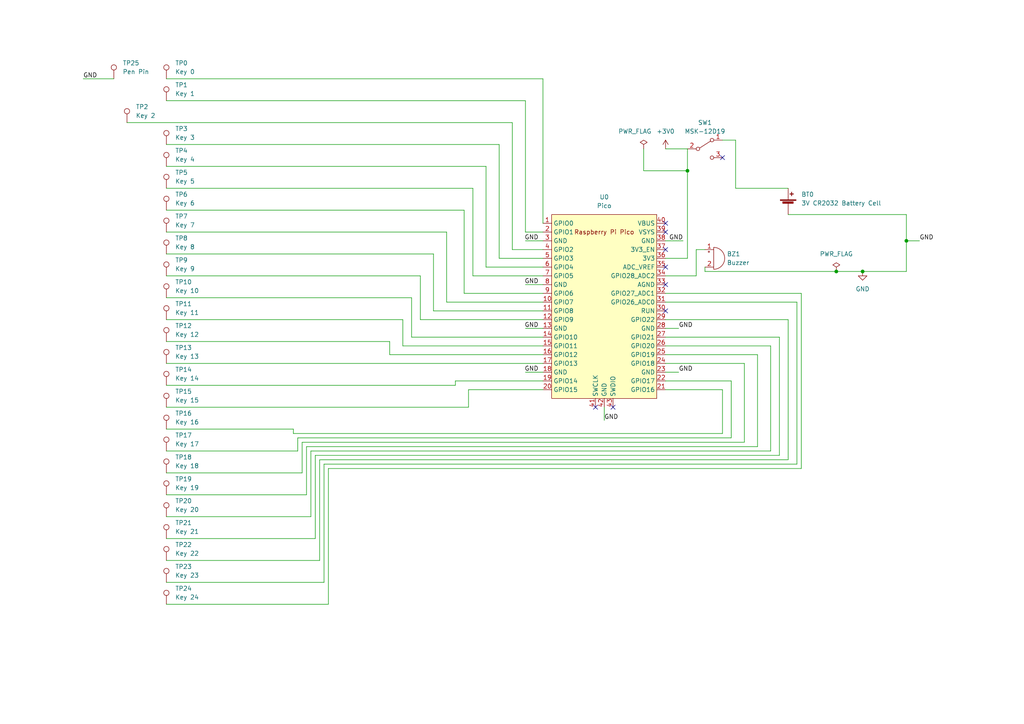
<source format=kicad_sch>
(kicad_sch (version 20230121) (generator eeschema)

  (uuid 55992e35-fe7b-468a-9b7a-1e4dc931b904)

  (paper "A4")

  (title_block
    (title "Synth Buisiness Card")
    (date "2023-05-04")
    (rev "1")
    (company "ontake.dev")
  )

  (lib_symbols
    (symbol "Connector:TestPoint" (pin_numbers hide) (pin_names (offset 0.762) hide) (in_bom yes) (on_board yes)
      (property "Reference" "TP" (at 0 6.858 0)
        (effects (font (size 1.27 1.27)))
      )
      (property "Value" "TestPoint" (at 0 5.08 0)
        (effects (font (size 1.27 1.27)))
      )
      (property "Footprint" "" (at 5.08 0 0)
        (effects (font (size 1.27 1.27)) hide)
      )
      (property "Datasheet" "~" (at 5.08 0 0)
        (effects (font (size 1.27 1.27)) hide)
      )
      (property "ki_keywords" "test point tp" (at 0 0 0)
        (effects (font (size 1.27 1.27)) hide)
      )
      (property "ki_description" "test point" (at 0 0 0)
        (effects (font (size 1.27 1.27)) hide)
      )
      (property "ki_fp_filters" "Pin* Test*" (at 0 0 0)
        (effects (font (size 1.27 1.27)) hide)
      )
      (symbol "TestPoint_0_1"
        (circle (center 0 3.302) (radius 0.762)
          (stroke (width 0) (type default))
          (fill (type none))
        )
      )
      (symbol "TestPoint_1_1"
        (pin passive line (at 0 0 90) (length 2.54)
          (name "1" (effects (font (size 1.27 1.27))))
          (number "1" (effects (font (size 1.27 1.27))))
        )
      )
    )
    (symbol "Device:Battery_Cell" (pin_numbers hide) (pin_names (offset 0) hide) (in_bom yes) (on_board yes)
      (property "Reference" "BT" (at 2.54 2.54 0)
        (effects (font (size 1.27 1.27)) (justify left))
      )
      (property "Value" "Battery_Cell" (at 2.54 0 0)
        (effects (font (size 1.27 1.27)) (justify left))
      )
      (property "Footprint" "" (at 0 1.524 90)
        (effects (font (size 1.27 1.27)) hide)
      )
      (property "Datasheet" "~" (at 0 1.524 90)
        (effects (font (size 1.27 1.27)) hide)
      )
      (property "ki_keywords" "battery cell" (at 0 0 0)
        (effects (font (size 1.27 1.27)) hide)
      )
      (property "ki_description" "Single-cell battery" (at 0 0 0)
        (effects (font (size 1.27 1.27)) hide)
      )
      (symbol "Battery_Cell_0_1"
        (rectangle (start -2.286 1.778) (end 2.286 1.524)
          (stroke (width 0) (type default))
          (fill (type outline))
        )
        (rectangle (start -1.5748 1.1938) (end 1.4732 0.6858)
          (stroke (width 0) (type default))
          (fill (type outline))
        )
        (polyline
          (pts
            (xy 0 0.762)
            (xy 0 0)
          )
          (stroke (width 0) (type default))
          (fill (type none))
        )
        (polyline
          (pts
            (xy 0 1.778)
            (xy 0 2.54)
          )
          (stroke (width 0) (type default))
          (fill (type none))
        )
        (polyline
          (pts
            (xy 0.508 3.429)
            (xy 1.524 3.429)
          )
          (stroke (width 0.254) (type default))
          (fill (type none))
        )
        (polyline
          (pts
            (xy 1.016 3.937)
            (xy 1.016 2.921)
          )
          (stroke (width 0.254) (type default))
          (fill (type none))
        )
      )
      (symbol "Battery_Cell_1_1"
        (pin passive line (at 0 5.08 270) (length 2.54)
          (name "+" (effects (font (size 1.27 1.27))))
          (number "1" (effects (font (size 1.27 1.27))))
        )
        (pin passive line (at 0 -2.54 90) (length 2.54)
          (name "-" (effects (font (size 1.27 1.27))))
          (number "2" (effects (font (size 1.27 1.27))))
        )
      )
    )
    (symbol "Device:Buzzer" (pin_names (offset 0.0254) hide) (in_bom yes) (on_board yes)
      (property "Reference" "BZ" (at 3.81 1.27 0)
        (effects (font (size 1.27 1.27)) (justify left))
      )
      (property "Value" "Buzzer" (at 3.81 -1.27 0)
        (effects (font (size 1.27 1.27)) (justify left))
      )
      (property "Footprint" "" (at -0.635 2.54 90)
        (effects (font (size 1.27 1.27)) hide)
      )
      (property "Datasheet" "~" (at -0.635 2.54 90)
        (effects (font (size 1.27 1.27)) hide)
      )
      (property "ki_keywords" "quartz resonator ceramic" (at 0 0 0)
        (effects (font (size 1.27 1.27)) hide)
      )
      (property "ki_description" "Buzzer, polarized" (at 0 0 0)
        (effects (font (size 1.27 1.27)) hide)
      )
      (property "ki_fp_filters" "*Buzzer*" (at 0 0 0)
        (effects (font (size 1.27 1.27)) hide)
      )
      (symbol "Buzzer_0_1"
        (arc (start 0 -3.175) (mid 3.1612 0) (end 0 3.175)
          (stroke (width 0) (type default))
          (fill (type none))
        )
        (polyline
          (pts
            (xy -1.651 1.905)
            (xy -1.143 1.905)
          )
          (stroke (width 0) (type default))
          (fill (type none))
        )
        (polyline
          (pts
            (xy -1.397 2.159)
            (xy -1.397 1.651)
          )
          (stroke (width 0) (type default))
          (fill (type none))
        )
        (polyline
          (pts
            (xy 0 3.175)
            (xy 0 -3.175)
          )
          (stroke (width 0) (type default))
          (fill (type none))
        )
      )
      (symbol "Buzzer_1_1"
        (pin passive line (at -2.54 2.54 0) (length 2.54)
          (name "-" (effects (font (size 1.27 1.27))))
          (number "1" (effects (font (size 1.27 1.27))))
        )
        (pin passive line (at -2.54 -2.54 0) (length 2.54)
          (name "+" (effects (font (size 1.27 1.27))))
          (number "2" (effects (font (size 1.27 1.27))))
        )
      )
    )
    (symbol "MCU_RaspberryPi_and_Boards:Pico" (in_bom yes) (on_board yes)
      (property "Reference" "U" (at -13.97 27.94 0)
        (effects (font (size 1.27 1.27)))
      )
      (property "Value" "Pico" (at 0 19.05 0)
        (effects (font (size 1.27 1.27)))
      )
      (property "Footprint" "RPi_Pico:RPi_Pico_SMD_TH" (at 0 0 90)
        (effects (font (size 1.27 1.27)) hide)
      )
      (property "Datasheet" "" (at 0 0 0)
        (effects (font (size 1.27 1.27)) hide)
      )
      (symbol "Pico_0_0"
        (text "Raspberry Pi Pico" (at 0 21.59 0)
          (effects (font (size 1.27 1.27)))
        )
      )
      (symbol "Pico_0_1"
        (rectangle (start -15.24 26.67) (end 15.24 -26.67)
          (stroke (width 0) (type default))
          (fill (type background))
        )
      )
      (symbol "Pico_1_1"
        (pin bidirectional line (at -17.78 24.13 0) (length 2.54)
          (name "GPIO0" (effects (font (size 1.27 1.27))))
          (number "1" (effects (font (size 1.27 1.27))))
        )
        (pin bidirectional line (at -17.78 1.27 0) (length 2.54)
          (name "GPIO7" (effects (font (size 1.27 1.27))))
          (number "10" (effects (font (size 1.27 1.27))))
        )
        (pin bidirectional line (at -17.78 -1.27 0) (length 2.54)
          (name "GPIO8" (effects (font (size 1.27 1.27))))
          (number "11" (effects (font (size 1.27 1.27))))
        )
        (pin bidirectional line (at -17.78 -3.81 0) (length 2.54)
          (name "GPIO9" (effects (font (size 1.27 1.27))))
          (number "12" (effects (font (size 1.27 1.27))))
        )
        (pin power_in line (at -17.78 -6.35 0) (length 2.54)
          (name "GND" (effects (font (size 1.27 1.27))))
          (number "13" (effects (font (size 1.27 1.27))))
        )
        (pin bidirectional line (at -17.78 -8.89 0) (length 2.54)
          (name "GPIO10" (effects (font (size 1.27 1.27))))
          (number "14" (effects (font (size 1.27 1.27))))
        )
        (pin bidirectional line (at -17.78 -11.43 0) (length 2.54)
          (name "GPIO11" (effects (font (size 1.27 1.27))))
          (number "15" (effects (font (size 1.27 1.27))))
        )
        (pin bidirectional line (at -17.78 -13.97 0) (length 2.54)
          (name "GPIO12" (effects (font (size 1.27 1.27))))
          (number "16" (effects (font (size 1.27 1.27))))
        )
        (pin bidirectional line (at -17.78 -16.51 0) (length 2.54)
          (name "GPIO13" (effects (font (size 1.27 1.27))))
          (number "17" (effects (font (size 1.27 1.27))))
        )
        (pin power_in line (at -17.78 -19.05 0) (length 2.54)
          (name "GND" (effects (font (size 1.27 1.27))))
          (number "18" (effects (font (size 1.27 1.27))))
        )
        (pin bidirectional line (at -17.78 -21.59 0) (length 2.54)
          (name "GPIO14" (effects (font (size 1.27 1.27))))
          (number "19" (effects (font (size 1.27 1.27))))
        )
        (pin bidirectional line (at -17.78 21.59 0) (length 2.54)
          (name "GPIO1" (effects (font (size 1.27 1.27))))
          (number "2" (effects (font (size 1.27 1.27))))
        )
        (pin bidirectional line (at -17.78 -24.13 0) (length 2.54)
          (name "GPIO15" (effects (font (size 1.27 1.27))))
          (number "20" (effects (font (size 1.27 1.27))))
        )
        (pin bidirectional line (at 17.78 -24.13 180) (length 2.54)
          (name "GPIO16" (effects (font (size 1.27 1.27))))
          (number "21" (effects (font (size 1.27 1.27))))
        )
        (pin bidirectional line (at 17.78 -21.59 180) (length 2.54)
          (name "GPIO17" (effects (font (size 1.27 1.27))))
          (number "22" (effects (font (size 1.27 1.27))))
        )
        (pin power_in line (at 17.78 -19.05 180) (length 2.54)
          (name "GND" (effects (font (size 1.27 1.27))))
          (number "23" (effects (font (size 1.27 1.27))))
        )
        (pin bidirectional line (at 17.78 -16.51 180) (length 2.54)
          (name "GPIO18" (effects (font (size 1.27 1.27))))
          (number "24" (effects (font (size 1.27 1.27))))
        )
        (pin bidirectional line (at 17.78 -13.97 180) (length 2.54)
          (name "GPIO19" (effects (font (size 1.27 1.27))))
          (number "25" (effects (font (size 1.27 1.27))))
        )
        (pin bidirectional line (at 17.78 -11.43 180) (length 2.54)
          (name "GPIO20" (effects (font (size 1.27 1.27))))
          (number "26" (effects (font (size 1.27 1.27))))
        )
        (pin bidirectional line (at 17.78 -8.89 180) (length 2.54)
          (name "GPIO21" (effects (font (size 1.27 1.27))))
          (number "27" (effects (font (size 1.27 1.27))))
        )
        (pin power_in line (at 17.78 -6.35 180) (length 2.54)
          (name "GND" (effects (font (size 1.27 1.27))))
          (number "28" (effects (font (size 1.27 1.27))))
        )
        (pin bidirectional line (at 17.78 -3.81 180) (length 2.54)
          (name "GPIO22" (effects (font (size 1.27 1.27))))
          (number "29" (effects (font (size 1.27 1.27))))
        )
        (pin power_in line (at -17.78 19.05 0) (length 2.54)
          (name "GND" (effects (font (size 1.27 1.27))))
          (number "3" (effects (font (size 1.27 1.27))))
        )
        (pin input line (at 17.78 -1.27 180) (length 2.54)
          (name "RUN" (effects (font (size 1.27 1.27))))
          (number "30" (effects (font (size 1.27 1.27))))
        )
        (pin bidirectional line (at 17.78 1.27 180) (length 2.54)
          (name "GPIO26_ADC0" (effects (font (size 1.27 1.27))))
          (number "31" (effects (font (size 1.27 1.27))))
        )
        (pin bidirectional line (at 17.78 3.81 180) (length 2.54)
          (name "GPIO27_ADC1" (effects (font (size 1.27 1.27))))
          (number "32" (effects (font (size 1.27 1.27))))
        )
        (pin power_in line (at 17.78 6.35 180) (length 2.54)
          (name "AGND" (effects (font (size 1.27 1.27))))
          (number "33" (effects (font (size 1.27 1.27))))
        )
        (pin bidirectional line (at 17.78 8.89 180) (length 2.54)
          (name "GPIO28_ADC2" (effects (font (size 1.27 1.27))))
          (number "34" (effects (font (size 1.27 1.27))))
        )
        (pin power_in line (at 17.78 11.43 180) (length 2.54)
          (name "ADC_VREF" (effects (font (size 1.27 1.27))))
          (number "35" (effects (font (size 1.27 1.27))))
        )
        (pin power_in line (at 17.78 13.97 180) (length 2.54)
          (name "3V3" (effects (font (size 1.27 1.27))))
          (number "36" (effects (font (size 1.27 1.27))))
        )
        (pin input line (at 17.78 16.51 180) (length 2.54)
          (name "3V3_EN" (effects (font (size 1.27 1.27))))
          (number "37" (effects (font (size 1.27 1.27))))
        )
        (pin bidirectional line (at 17.78 19.05 180) (length 2.54)
          (name "GND" (effects (font (size 1.27 1.27))))
          (number "38" (effects (font (size 1.27 1.27))))
        )
        (pin power_in line (at 17.78 21.59 180) (length 2.54)
          (name "VSYS" (effects (font (size 1.27 1.27))))
          (number "39" (effects (font (size 1.27 1.27))))
        )
        (pin bidirectional line (at -17.78 16.51 0) (length 2.54)
          (name "GPIO2" (effects (font (size 1.27 1.27))))
          (number "4" (effects (font (size 1.27 1.27))))
        )
        (pin power_in line (at 17.78 24.13 180) (length 2.54)
          (name "VBUS" (effects (font (size 1.27 1.27))))
          (number "40" (effects (font (size 1.27 1.27))))
        )
        (pin input line (at -2.54 -29.21 90) (length 2.54)
          (name "SWCLK" (effects (font (size 1.27 1.27))))
          (number "41" (effects (font (size 1.27 1.27))))
        )
        (pin power_in line (at 0 -29.21 90) (length 2.54)
          (name "GND" (effects (font (size 1.27 1.27))))
          (number "42" (effects (font (size 1.27 1.27))))
        )
        (pin bidirectional line (at 2.54 -29.21 90) (length 2.54)
          (name "SWDIO" (effects (font (size 1.27 1.27))))
          (number "43" (effects (font (size 1.27 1.27))))
        )
        (pin bidirectional line (at -17.78 13.97 0) (length 2.54)
          (name "GPIO3" (effects (font (size 1.27 1.27))))
          (number "5" (effects (font (size 1.27 1.27))))
        )
        (pin bidirectional line (at -17.78 11.43 0) (length 2.54)
          (name "GPIO4" (effects (font (size 1.27 1.27))))
          (number "6" (effects (font (size 1.27 1.27))))
        )
        (pin bidirectional line (at -17.78 8.89 0) (length 2.54)
          (name "GPIO5" (effects (font (size 1.27 1.27))))
          (number "7" (effects (font (size 1.27 1.27))))
        )
        (pin power_in line (at -17.78 6.35 0) (length 2.54)
          (name "GND" (effects (font (size 1.27 1.27))))
          (number "8" (effects (font (size 1.27 1.27))))
        )
        (pin bidirectional line (at -17.78 3.81 0) (length 2.54)
          (name "GPIO6" (effects (font (size 1.27 1.27))))
          (number "9" (effects (font (size 1.27 1.27))))
        )
      )
    )
    (symbol "Switch:SW_SPDT" (pin_names (offset 0) hide) (in_bom yes) (on_board yes)
      (property "Reference" "SW" (at 0 4.318 0)
        (effects (font (size 1.27 1.27)))
      )
      (property "Value" "SW_SPDT" (at 0 -5.08 0)
        (effects (font (size 1.27 1.27)))
      )
      (property "Footprint" "" (at 0 0 0)
        (effects (font (size 1.27 1.27)) hide)
      )
      (property "Datasheet" "~" (at 0 0 0)
        (effects (font (size 1.27 1.27)) hide)
      )
      (property "ki_keywords" "switch single-pole double-throw spdt ON-ON" (at 0 0 0)
        (effects (font (size 1.27 1.27)) hide)
      )
      (property "ki_description" "Switch, single pole double throw" (at 0 0 0)
        (effects (font (size 1.27 1.27)) hide)
      )
      (symbol "SW_SPDT_0_0"
        (circle (center -2.032 0) (radius 0.508)
          (stroke (width 0) (type default))
          (fill (type none))
        )
        (circle (center 2.032 -2.54) (radius 0.508)
          (stroke (width 0) (type default))
          (fill (type none))
        )
      )
      (symbol "SW_SPDT_0_1"
        (polyline
          (pts
            (xy -1.524 0.254)
            (xy 1.651 2.286)
          )
          (stroke (width 0) (type default))
          (fill (type none))
        )
        (circle (center 2.032 2.54) (radius 0.508)
          (stroke (width 0) (type default))
          (fill (type none))
        )
      )
      (symbol "SW_SPDT_1_1"
        (pin passive line (at 5.08 2.54 180) (length 2.54)
          (name "A" (effects (font (size 1.27 1.27))))
          (number "1" (effects (font (size 1.27 1.27))))
        )
        (pin passive line (at -5.08 0 0) (length 2.54)
          (name "B" (effects (font (size 1.27 1.27))))
          (number "2" (effects (font (size 1.27 1.27))))
        )
        (pin passive line (at 5.08 -2.54 180) (length 2.54)
          (name "C" (effects (font (size 1.27 1.27))))
          (number "3" (effects (font (size 1.27 1.27))))
        )
      )
    )
    (symbol "power:+3V0" (power) (pin_names (offset 0)) (in_bom yes) (on_board yes)
      (property "Reference" "#PWR" (at 0 -3.81 0)
        (effects (font (size 1.27 1.27)) hide)
      )
      (property "Value" "+3V0" (at 0 3.556 0)
        (effects (font (size 1.27 1.27)))
      )
      (property "Footprint" "" (at 0 0 0)
        (effects (font (size 1.27 1.27)) hide)
      )
      (property "Datasheet" "" (at 0 0 0)
        (effects (font (size 1.27 1.27)) hide)
      )
      (property "ki_keywords" "power-flag" (at 0 0 0)
        (effects (font (size 1.27 1.27)) hide)
      )
      (property "ki_description" "Power symbol creates a global label with name \"+3V0\"" (at 0 0 0)
        (effects (font (size 1.27 1.27)) hide)
      )
      (symbol "+3V0_0_1"
        (polyline
          (pts
            (xy -0.762 1.27)
            (xy 0 2.54)
          )
          (stroke (width 0) (type default))
          (fill (type none))
        )
        (polyline
          (pts
            (xy 0 0)
            (xy 0 2.54)
          )
          (stroke (width 0) (type default))
          (fill (type none))
        )
        (polyline
          (pts
            (xy 0 2.54)
            (xy 0.762 1.27)
          )
          (stroke (width 0) (type default))
          (fill (type none))
        )
      )
      (symbol "+3V0_1_1"
        (pin power_in line (at 0 0 90) (length 0) hide
          (name "+3V0" (effects (font (size 1.27 1.27))))
          (number "1" (effects (font (size 1.27 1.27))))
        )
      )
    )
    (symbol "power:GND" (power) (pin_names (offset 0)) (in_bom yes) (on_board yes)
      (property "Reference" "#PWR" (at 0 -6.35 0)
        (effects (font (size 1.27 1.27)) hide)
      )
      (property "Value" "GND" (at 0 -3.81 0)
        (effects (font (size 1.27 1.27)))
      )
      (property "Footprint" "" (at 0 0 0)
        (effects (font (size 1.27 1.27)) hide)
      )
      (property "Datasheet" "" (at 0 0 0)
        (effects (font (size 1.27 1.27)) hide)
      )
      (property "ki_keywords" "power-flag" (at 0 0 0)
        (effects (font (size 1.27 1.27)) hide)
      )
      (property "ki_description" "Power symbol creates a global label with name \"GND\" , ground" (at 0 0 0)
        (effects (font (size 1.27 1.27)) hide)
      )
      (symbol "GND_0_1"
        (polyline
          (pts
            (xy 0 0)
            (xy 0 -1.27)
            (xy 1.27 -1.27)
            (xy 0 -2.54)
            (xy -1.27 -1.27)
            (xy 0 -1.27)
          )
          (stroke (width 0) (type default))
          (fill (type none))
        )
      )
      (symbol "GND_1_1"
        (pin power_in line (at 0 0 270) (length 0) hide
          (name "GND" (effects (font (size 1.27 1.27))))
          (number "1" (effects (font (size 1.27 1.27))))
        )
      )
    )
    (symbol "power:PWR_FLAG" (power) (pin_numbers hide) (pin_names (offset 0) hide) (in_bom yes) (on_board yes)
      (property "Reference" "#FLG" (at 0 1.905 0)
        (effects (font (size 1.27 1.27)) hide)
      )
      (property "Value" "PWR_FLAG" (at 0 3.81 0)
        (effects (font (size 1.27 1.27)))
      )
      (property "Footprint" "" (at 0 0 0)
        (effects (font (size 1.27 1.27)) hide)
      )
      (property "Datasheet" "~" (at 0 0 0)
        (effects (font (size 1.27 1.27)) hide)
      )
      (property "ki_keywords" "power-flag" (at 0 0 0)
        (effects (font (size 1.27 1.27)) hide)
      )
      (property "ki_description" "Special symbol for telling ERC where power comes from" (at 0 0 0)
        (effects (font (size 1.27 1.27)) hide)
      )
      (symbol "PWR_FLAG_0_0"
        (pin power_out line (at 0 0 90) (length 0)
          (name "pwr" (effects (font (size 1.27 1.27))))
          (number "1" (effects (font (size 1.27 1.27))))
        )
      )
      (symbol "PWR_FLAG_0_1"
        (polyline
          (pts
            (xy 0 0)
            (xy 0 1.27)
            (xy -1.016 1.905)
            (xy 0 2.54)
            (xy 1.016 1.905)
            (xy 0 1.27)
          )
          (stroke (width 0) (type default))
          (fill (type none))
        )
      )
    )
  )

  (junction (at 199.39 49.53) (diameter 0) (color 0 0 0 0)
    (uuid 0f1784aa-35b4-4bbc-98c2-79bd2403be36)
  )
  (junction (at 242.57 78.74) (diameter 0) (color 0 0 0 0)
    (uuid 30b6e8a2-4681-41e2-a818-79f7637e9d65)
  )
  (junction (at 262.89 69.85) (diameter 0) (color 0 0 0 0)
    (uuid 5cb3baf7-a6ae-4f22-9feb-d8d5fbeddf89)
  )
  (junction (at 250.19 78.74) (diameter 0) (color 0 0 0 0)
    (uuid 71cca88b-681b-465e-903c-7db8fb82004e)
  )

  (no_connect (at 193.04 90.17) (uuid 45dd92a0-cb03-4fda-8e82-df30c0de9934))
  (no_connect (at 193.04 77.47) (uuid 45dd92a0-cb03-4fda-8e82-df30c0de9935))
  (no_connect (at 193.04 82.55) (uuid 45dd92a0-cb03-4fda-8e82-df30c0de9936))
  (no_connect (at 209.55 45.72) (uuid b7339d08-582b-4b5c-acba-0b421e317fc8))
  (no_connect (at 172.72 118.11) (uuid e930913d-368b-4f80-86b9-ab155e1751d2))
  (no_connect (at 177.8 118.11) (uuid e930913d-368b-4f80-86b9-ab155e1751d4))
  (no_connect (at 193.04 67.31) (uuid e930913d-368b-4f80-86b9-ab155e1751d6))
  (no_connect (at 193.04 72.39) (uuid e930913d-368b-4f80-86b9-ab155e1751d7))
  (no_connect (at 193.04 64.77) (uuid e930913d-368b-4f80-86b9-ab155e1751d8))

  (wire (pts (xy 48.26 60.96) (xy 134.62 60.96))
    (stroke (width 0) (type default))
    (uuid 01ddddd3-094d-4f0e-b269-e6a93c3a0052)
  )
  (wire (pts (xy 90.17 130.81) (xy 223.52 130.81))
    (stroke (width 0) (type default))
    (uuid 04830489-64c6-44ef-9d4b-a6c7a29f3e84)
  )
  (wire (pts (xy 119.38 86.36) (xy 119.38 97.79))
    (stroke (width 0) (type default))
    (uuid 0797a159-8458-4ec7-846a-f3e61041cd6f)
  )
  (wire (pts (xy 250.19 78.74) (xy 262.89 78.74))
    (stroke (width 0) (type default))
    (uuid 0cc1900c-723b-4f29-9608-2a30b58df409)
  )
  (wire (pts (xy 86.36 127) (xy 212.09 127))
    (stroke (width 0) (type default))
    (uuid 0d6b8f85-3199-4e62-9a9f-7e99bc745843)
  )
  (wire (pts (xy 223.52 130.81) (xy 223.52 100.33))
    (stroke (width 0) (type default))
    (uuid 0f48d619-415f-40fd-845c-10a87138fa6f)
  )
  (wire (pts (xy 85.09 125.73) (xy 85.09 124.46))
    (stroke (width 0) (type default))
    (uuid 10fc390a-81e6-4797-a943-0eac987ac267)
  )
  (wire (pts (xy 152.4 82.55) (xy 157.48 82.55))
    (stroke (width 0) (type default))
    (uuid 131c8911-8fe2-4ac5-9421-2ae7f17c0425)
  )
  (wire (pts (xy 148.59 35.56) (xy 148.59 72.39))
    (stroke (width 0) (type default))
    (uuid 149a106f-e9b7-4976-977b-ee9e6d431c7e)
  )
  (wire (pts (xy 48.26 105.41) (xy 157.48 105.41))
    (stroke (width 0) (type default))
    (uuid 16ffb8cc-7e0d-4aed-8199-ce7353fbabf0)
  )
  (wire (pts (xy 48.26 22.86) (xy 157.48 22.86))
    (stroke (width 0) (type default))
    (uuid 18cd4d9c-a3d4-4fa7-b511-5ce7fa0b9a90)
  )
  (wire (pts (xy 152.4 67.31) (xy 157.48 67.31))
    (stroke (width 0) (type default))
    (uuid 1e27edf9-ebcf-4d55-9150-7fd037efee1f)
  )
  (wire (pts (xy 129.54 67.31) (xy 129.54 87.63))
    (stroke (width 0) (type default))
    (uuid 2184253a-2982-482d-8cd4-0def3e5e6108)
  )
  (wire (pts (xy 152.4 69.85) (xy 157.48 69.85))
    (stroke (width 0) (type default))
    (uuid 23fc6c49-808c-4b94-b7d0-a40cd94d4e6d)
  )
  (wire (pts (xy 121.92 80.01) (xy 121.92 92.71))
    (stroke (width 0) (type default))
    (uuid 25ffeb1e-4592-44e1-8afb-eeded4a509b1)
  )
  (wire (pts (xy 48.26 67.31) (xy 129.54 67.31))
    (stroke (width 0) (type default))
    (uuid 275162db-8560-4e93-9511-d6fa04b13354)
  )
  (wire (pts (xy 152.4 95.25) (xy 157.48 95.25))
    (stroke (width 0) (type default))
    (uuid 29350bbe-3bf4-4339-a3c2-cd96cf951cfa)
  )
  (wire (pts (xy 152.4 29.21) (xy 152.4 67.31))
    (stroke (width 0) (type default))
    (uuid 2e20dab7-8b6d-43d8-8313-c943946e7bf1)
  )
  (wire (pts (xy 262.89 69.85) (xy 266.7 69.85))
    (stroke (width 0) (type default))
    (uuid 2ee967e4-6455-4bfe-ae46-8c2bdd1c44db)
  )
  (wire (pts (xy 91.44 132.08) (xy 226.06 132.08))
    (stroke (width 0) (type default))
    (uuid 30616e77-07ce-42de-abb4-8b02cb2d76c4)
  )
  (wire (pts (xy 48.26 54.61) (xy 137.16 54.61))
    (stroke (width 0) (type default))
    (uuid 30c0e159-1eb2-4d9a-9aa1-0ed1ef43cc9a)
  )
  (wire (pts (xy 92.71 133.35) (xy 228.6 133.35))
    (stroke (width 0) (type default))
    (uuid 30cfbb4a-0acf-4b51-bc98-f524322ebf5a)
  )
  (wire (pts (xy 193.04 43.18) (xy 199.39 43.18))
    (stroke (width 0) (type default))
    (uuid 32c384fc-a8b5-47d8-865f-6ceca8fa4505)
  )
  (wire (pts (xy 213.36 40.64) (xy 213.36 54.61))
    (stroke (width 0) (type default))
    (uuid 346b24a1-6910-4fd2-b771-f1f936d04e31)
  )
  (wire (pts (xy 137.16 80.01) (xy 157.48 80.01))
    (stroke (width 0) (type default))
    (uuid 35aa6252-b473-46fc-b4b0-a6aded398581)
  )
  (wire (pts (xy 95.25 135.89) (xy 232.41 135.89))
    (stroke (width 0) (type default))
    (uuid 361a83eb-cf01-46ff-b351-632d4e39dcb9)
  )
  (wire (pts (xy 92.71 162.56) (xy 48.26 162.56))
    (stroke (width 0) (type default))
    (uuid 398bb387-2dd0-4fb7-a4ca-6733b8a52f20)
  )
  (wire (pts (xy 228.6 62.23) (xy 262.89 62.23))
    (stroke (width 0) (type default))
    (uuid 3a06498c-7d69-4afc-b48c-8e16f8511988)
  )
  (wire (pts (xy 193.04 105.41) (xy 215.9 105.41))
    (stroke (width 0) (type default))
    (uuid 3fa49881-7db8-4461-be27-1f36ccdb42c4)
  )
  (wire (pts (xy 48.26 41.91) (xy 144.78 41.91))
    (stroke (width 0) (type default))
    (uuid 42c573f9-b0eb-466b-9bc9-18e017d79425)
  )
  (wire (pts (xy 125.73 73.66) (xy 125.73 90.17))
    (stroke (width 0) (type default))
    (uuid 4493d331-78e4-48b3-9ecc-02901ef8316f)
  )
  (wire (pts (xy 87.63 128.27) (xy 215.9 128.27))
    (stroke (width 0) (type default))
    (uuid 45d33334-f796-4af5-95e1-d1956ee00c40)
  )
  (wire (pts (xy 232.41 85.09) (xy 232.41 135.89))
    (stroke (width 0) (type default))
    (uuid 49530579-fd11-4197-b1a1-16456025cdb9)
  )
  (wire (pts (xy 212.09 127) (xy 212.09 110.49))
    (stroke (width 0) (type default))
    (uuid 49e01a6f-5639-4261-8599-81dc92cde33e)
  )
  (wire (pts (xy 193.04 110.49) (xy 212.09 110.49))
    (stroke (width 0) (type default))
    (uuid 52f947ba-8242-47cd-824f-b5c4a924aee6)
  )
  (wire (pts (xy 91.44 156.21) (xy 48.26 156.21))
    (stroke (width 0) (type default))
    (uuid 58e2cc08-ffa1-45db-a9c8-ca292afeb2a3)
  )
  (wire (pts (xy 88.9 143.51) (xy 48.26 143.51))
    (stroke (width 0) (type default))
    (uuid 59d3d7fa-0337-4a78-afa7-32d7ec1718af)
  )
  (wire (pts (xy 48.26 80.01) (xy 121.92 80.01))
    (stroke (width 0) (type default))
    (uuid 5a0a39d3-9372-40b0-8712-9c526086c6d7)
  )
  (wire (pts (xy 215.9 128.27) (xy 215.9 105.41))
    (stroke (width 0) (type default))
    (uuid 62dad680-1718-4ed8-8499-d16c910fdb7f)
  )
  (wire (pts (xy 33.02 22.86) (xy 24.13 22.86))
    (stroke (width 0) (type default))
    (uuid 646b8a4b-a7dd-4336-b574-f676591b1eaf)
  )
  (wire (pts (xy 85.09 124.46) (xy 48.26 124.46))
    (stroke (width 0) (type default))
    (uuid 663a085b-6786-4719-9eb7-1fe7622eefc3)
  )
  (wire (pts (xy 262.89 78.74) (xy 262.89 69.85))
    (stroke (width 0) (type default))
    (uuid 6be80b17-18d3-4ee3-9a7d-ffd7e3f669d7)
  )
  (wire (pts (xy 193.04 92.71) (xy 228.6 92.71))
    (stroke (width 0) (type default))
    (uuid 6d730e01-a371-449f-83b9-47c49c8e0ef8)
  )
  (wire (pts (xy 87.63 128.27) (xy 87.63 137.16))
    (stroke (width 0) (type default))
    (uuid 6d745bcc-3981-4bb8-84e0-97fba13356ac)
  )
  (wire (pts (xy 88.9 129.54) (xy 88.9 143.51))
    (stroke (width 0) (type default))
    (uuid 70538cea-f253-475e-ba18-61920911b34f)
  )
  (wire (pts (xy 135.89 113.03) (xy 135.89 118.11))
    (stroke (width 0) (type default))
    (uuid 71a3bfe1-39f2-4e32-b07e-74d36f097c5e)
  )
  (wire (pts (xy 36.83 35.56) (xy 148.59 35.56))
    (stroke (width 0) (type default))
    (uuid 71ad353d-037f-4c4d-9f99-88b63dae0c3d)
  )
  (wire (pts (xy 48.26 99.06) (xy 113.03 99.06))
    (stroke (width 0) (type default))
    (uuid 72e9f181-8658-49ba-b62a-95bd47fffcb9)
  )
  (wire (pts (xy 137.16 54.61) (xy 137.16 80.01))
    (stroke (width 0) (type default))
    (uuid 74fe1af3-5a17-4345-aa7d-6b52ccfed772)
  )
  (wire (pts (xy 186.69 49.53) (xy 186.69 43.18))
    (stroke (width 0) (type default))
    (uuid 750a7a84-1394-436f-a38e-eecdd863a495)
  )
  (wire (pts (xy 93.98 134.62) (xy 93.98 168.91))
    (stroke (width 0) (type default))
    (uuid 752b1c2a-3221-412a-9400-58d4f2876c4c)
  )
  (wire (pts (xy 48.26 29.21) (xy 152.4 29.21))
    (stroke (width 0) (type default))
    (uuid 7729b301-000a-4727-8bc6-7a8384863069)
  )
  (wire (pts (xy 132.08 110.49) (xy 157.48 110.49))
    (stroke (width 0) (type default))
    (uuid 7861929b-4f6f-41d5-8208-4640bc790c2d)
  )
  (wire (pts (xy 193.04 100.33) (xy 223.52 100.33))
    (stroke (width 0) (type default))
    (uuid 78b2f4d1-510d-4e52-be3c-1dea59e22717)
  )
  (wire (pts (xy 88.9 129.54) (xy 219.71 129.54))
    (stroke (width 0) (type default))
    (uuid 79be27ab-138b-4a96-9a8a-352d241f887b)
  )
  (wire (pts (xy 48.26 48.26) (xy 140.97 48.26))
    (stroke (width 0) (type default))
    (uuid 7bd58b17-9ff4-4938-8531-1cd7ca3148d0)
  )
  (wire (pts (xy 148.59 72.39) (xy 157.48 72.39))
    (stroke (width 0) (type default))
    (uuid 7c1be665-1814-40a7-b215-d266e3ed96e1)
  )
  (wire (pts (xy 199.39 43.18) (xy 199.39 49.53))
    (stroke (width 0) (type default))
    (uuid 7c96381f-c4a7-40a6-8138-1e07b45e1ebe)
  )
  (wire (pts (xy 134.62 60.96) (xy 134.62 85.09))
    (stroke (width 0) (type default))
    (uuid 81eef3fd-c470-41d5-9dad-b18930ca12d1)
  )
  (wire (pts (xy 113.03 99.06) (xy 113.03 102.87))
    (stroke (width 0) (type default))
    (uuid 86a3cd39-db46-4162-b59a-1a2f1a6eb5c0)
  )
  (wire (pts (xy 193.04 87.63) (xy 231.14 87.63))
    (stroke (width 0) (type default))
    (uuid 882b3ee3-cbfc-4240-8575-d77c09958e60)
  )
  (wire (pts (xy 48.26 86.36) (xy 119.38 86.36))
    (stroke (width 0) (type default))
    (uuid 8ac98c18-830f-4862-80b1-6b358818b8ed)
  )
  (wire (pts (xy 226.06 132.08) (xy 226.06 97.79))
    (stroke (width 0) (type default))
    (uuid 94c6fb3e-98c1-44b6-adbc-bef3b5fb9685)
  )
  (wire (pts (xy 92.71 133.35) (xy 92.71 162.56))
    (stroke (width 0) (type default))
    (uuid 981ce700-4643-4d60-946b-c10923fcf21d)
  )
  (wire (pts (xy 85.09 125.73) (xy 209.55 125.73))
    (stroke (width 0) (type default))
    (uuid 9a238abb-a9f7-4ddb-b4e6-002b6bb676c4)
  )
  (wire (pts (xy 193.04 113.03) (xy 209.55 113.03))
    (stroke (width 0) (type default))
    (uuid 9aa1585c-55d4-404c-ae9d-eeaadde82476)
  )
  (wire (pts (xy 144.78 41.91) (xy 144.78 74.93))
    (stroke (width 0) (type default))
    (uuid 9b2f69c3-a995-4b38-8f5c-0cf0c361e85a)
  )
  (wire (pts (xy 199.39 49.53) (xy 199.39 74.93))
    (stroke (width 0) (type default))
    (uuid 9d7dc7c0-da28-4bcf-a984-74d9bfed8c4f)
  )
  (wire (pts (xy 204.47 78.74) (xy 242.57 78.74))
    (stroke (width 0) (type default))
    (uuid 9ed2040b-25ec-494b-86ce-4105a16c0f12)
  )
  (wire (pts (xy 193.04 69.85) (xy 198.12 69.85))
    (stroke (width 0) (type default))
    (uuid a2afbd03-43ac-4da9-86a8-702404e5d4f9)
  )
  (wire (pts (xy 157.48 22.86) (xy 157.48 64.77))
    (stroke (width 0) (type default))
    (uuid a428f2d9-26af-41ae-aa60-a051dc944343)
  )
  (wire (pts (xy 91.44 132.08) (xy 91.44 156.21))
    (stroke (width 0) (type default))
    (uuid a5157d7b-ee4f-41d6-949f-ec8f45b45eda)
  )
  (wire (pts (xy 193.04 85.09) (xy 232.41 85.09))
    (stroke (width 0) (type default))
    (uuid a61fe772-73f4-4d2e-ac03-45fc0fa609cc)
  )
  (wire (pts (xy 86.36 130.81) (xy 48.26 130.81))
    (stroke (width 0) (type default))
    (uuid a7320f05-83a2-4a83-9349-2648a454e410)
  )
  (wire (pts (xy 121.92 92.71) (xy 157.48 92.71))
    (stroke (width 0) (type default))
    (uuid a78fd79a-6cb6-40e3-9659-a41277b44770)
  )
  (wire (pts (xy 113.03 102.87) (xy 157.48 102.87))
    (stroke (width 0) (type default))
    (uuid a8032040-4653-49ee-95a3-c7cb36f467f5)
  )
  (wire (pts (xy 132.08 111.76) (xy 132.08 110.49))
    (stroke (width 0) (type default))
    (uuid a8b96fba-c74e-45c3-bf92-c3db17377827)
  )
  (wire (pts (xy 213.36 54.61) (xy 228.6 54.61))
    (stroke (width 0) (type default))
    (uuid a9cabe77-97d6-4ac3-bd8c-37c85dcef8cd)
  )
  (wire (pts (xy 201.93 72.39) (xy 201.93 80.01))
    (stroke (width 0) (type default))
    (uuid aa4ae2c2-4c11-42ea-b60e-58b09c0edc75)
  )
  (wire (pts (xy 201.93 80.01) (xy 193.04 80.01))
    (stroke (width 0) (type default))
    (uuid ad312e18-a471-461e-ad5b-dbdcb9b2c41e)
  )
  (wire (pts (xy 193.04 95.25) (xy 196.85 95.25))
    (stroke (width 0) (type default))
    (uuid ad6637dd-10cf-4a66-80e1-63831dede3b7)
  )
  (wire (pts (xy 262.89 69.85) (xy 262.89 62.23))
    (stroke (width 0) (type default))
    (uuid ae677715-1969-498c-8409-08f36f972ec2)
  )
  (wire (pts (xy 228.6 133.35) (xy 228.6 92.71))
    (stroke (width 0) (type default))
    (uuid aedca694-16a3-4fed-a4e5-266df988ab1d)
  )
  (wire (pts (xy 95.25 175.26) (xy 48.26 175.26))
    (stroke (width 0) (type default))
    (uuid b14ff855-7567-4695-9bd5-a3517bcb2d86)
  )
  (wire (pts (xy 90.17 130.81) (xy 90.17 149.86))
    (stroke (width 0) (type default))
    (uuid b2848201-ae05-4a7c-b46c-55184d383578)
  )
  (wire (pts (xy 144.78 74.93) (xy 157.48 74.93))
    (stroke (width 0) (type default))
    (uuid b419e829-24eb-4762-b674-e272bb5d9390)
  )
  (wire (pts (xy 125.73 90.17) (xy 157.48 90.17))
    (stroke (width 0) (type default))
    (uuid b4242f09-162e-422c-8c94-3c53a156e1dc)
  )
  (wire (pts (xy 152.4 107.95) (xy 157.48 107.95))
    (stroke (width 0) (type default))
    (uuid b76b058e-0734-45c5-a3a1-6d1f41218cc9)
  )
  (wire (pts (xy 87.63 137.16) (xy 48.26 137.16))
    (stroke (width 0) (type default))
    (uuid b7ba3d57-df20-4e17-8835-2e122d437953)
  )
  (wire (pts (xy 193.04 102.87) (xy 219.71 102.87))
    (stroke (width 0) (type default))
    (uuid b8c13384-2c75-4e74-85c2-bab3f55f339d)
  )
  (wire (pts (xy 193.04 97.79) (xy 226.06 97.79))
    (stroke (width 0) (type default))
    (uuid b907fab6-1f70-4bca-8cce-ce4d6e8f6f37)
  )
  (wire (pts (xy 48.26 111.76) (xy 132.08 111.76))
    (stroke (width 0) (type default))
    (uuid b96825e9-fac0-41d5-8c49-f968c1944498)
  )
  (wire (pts (xy 209.55 125.73) (xy 209.55 113.03))
    (stroke (width 0) (type default))
    (uuid c45275f8-0c4f-4e0d-8350-1e03f1e2d510)
  )
  (wire (pts (xy 242.57 78.74) (xy 250.19 78.74))
    (stroke (width 0) (type default))
    (uuid c8560f09-4991-4a2f-94f6-2e8f7508a0e8)
  )
  (wire (pts (xy 86.36 127) (xy 86.36 130.81))
    (stroke (width 0) (type default))
    (uuid c88dc4eb-ebad-47a7-9b87-e67040e28bb5)
  )
  (wire (pts (xy 116.84 92.71) (xy 116.84 100.33))
    (stroke (width 0) (type default))
    (uuid ca40fb1e-0262-4804-9ffc-a457d21a3b34)
  )
  (wire (pts (xy 95.25 135.89) (xy 95.25 175.26))
    (stroke (width 0) (type default))
    (uuid ca76a8e1-84d5-46a8-be52-f4038363eb2b)
  )
  (wire (pts (xy 186.69 49.53) (xy 199.39 49.53))
    (stroke (width 0) (type default))
    (uuid cbfd5622-7305-4184-86c4-e4209cafd5ba)
  )
  (wire (pts (xy 231.14 134.62) (xy 231.14 87.63))
    (stroke (width 0) (type default))
    (uuid cda7825f-d0f3-470e-8937-24e3b0a57312)
  )
  (wire (pts (xy 116.84 100.33) (xy 157.48 100.33))
    (stroke (width 0) (type default))
    (uuid ce135f7a-0ab3-45b8-b5cb-9100849142b5)
  )
  (wire (pts (xy 219.71 102.87) (xy 219.71 129.54))
    (stroke (width 0) (type default))
    (uuid d380cc86-3112-47a8-9e56-c9b86b6f982d)
  )
  (wire (pts (xy 48.26 92.71) (xy 116.84 92.71))
    (stroke (width 0) (type default))
    (uuid d57b95c6-7b59-4105-b6ce-196a3b5f1d0b)
  )
  (wire (pts (xy 93.98 168.91) (xy 48.26 168.91))
    (stroke (width 0) (type default))
    (uuid d5c12c09-21cd-435a-b69d-abab9c50d42c)
  )
  (wire (pts (xy 140.97 77.47) (xy 157.48 77.47))
    (stroke (width 0) (type default))
    (uuid d5c8d8a0-7212-4fc1-9297-a07ab9c851a3)
  )
  (wire (pts (xy 204.47 78.74) (xy 204.47 77.47))
    (stroke (width 0) (type default))
    (uuid d659d77e-d900-4fdd-823b-e24bf6fee6cf)
  )
  (wire (pts (xy 199.39 74.93) (xy 193.04 74.93))
    (stroke (width 0) (type default))
    (uuid db87b161-65f7-48c1-923b-2b18118b6acf)
  )
  (wire (pts (xy 93.98 134.62) (xy 231.14 134.62))
    (stroke (width 0) (type default))
    (uuid df9972c1-4b52-459b-91c6-729edb18a52a)
  )
  (wire (pts (xy 90.17 149.86) (xy 48.26 149.86))
    (stroke (width 0) (type default))
    (uuid dfab1e67-f69f-40ea-a76f-9538753bb5ee)
  )
  (wire (pts (xy 119.38 97.79) (xy 157.48 97.79))
    (stroke (width 0) (type default))
    (uuid e3b9c328-cf61-48ad-969e-86bde4fb8a6e)
  )
  (wire (pts (xy 140.97 48.26) (xy 140.97 77.47))
    (stroke (width 0) (type default))
    (uuid e3ecc83d-1ece-4ab3-b34f-3dbacaa09456)
  )
  (wire (pts (xy 48.26 73.66) (xy 125.73 73.66))
    (stroke (width 0) (type default))
    (uuid e436c38f-97a9-4ddd-b5bb-90ed671c6ef7)
  )
  (wire (pts (xy 135.89 118.11) (xy 48.26 118.11))
    (stroke (width 0) (type default))
    (uuid e47080c2-413f-4a01-9b04-3117032e1d74)
  )
  (wire (pts (xy 129.54 87.63) (xy 157.48 87.63))
    (stroke (width 0) (type default))
    (uuid e5265fef-9046-4b8e-91a1-87164669b6d1)
  )
  (wire (pts (xy 134.62 85.09) (xy 157.48 85.09))
    (stroke (width 0) (type default))
    (uuid e995d5c4-5e31-4d33-93b0-9454f38d987f)
  )
  (wire (pts (xy 157.48 113.03) (xy 135.89 113.03))
    (stroke (width 0) (type default))
    (uuid ef26efd9-d79b-454f-a2df-582b629cb0e1)
  )
  (wire (pts (xy 175.26 118.11) (xy 175.26 121.92))
    (stroke (width 0) (type default))
    (uuid f5038bd4-a5b4-4e6a-a7dd-ce32ecf3cb1a)
  )
  (wire (pts (xy 204.47 72.39) (xy 201.93 72.39))
    (stroke (width 0) (type default))
    (uuid f85f49ac-c3a8-45cf-b0fc-b29fa25adc78)
  )
  (wire (pts (xy 193.04 107.95) (xy 196.85 107.95))
    (stroke (width 0) (type default))
    (uuid fd1bebcf-cc8b-4835-a260-bfb5f18c9cf4)
  )
  (wire (pts (xy 209.55 40.64) (xy 213.36 40.64))
    (stroke (width 0) (type default))
    (uuid feafb144-54ec-44bd-af92-a1be79d28882)
  )

  (label "GND" (at 175.26 121.92 0) (fields_autoplaced)
    (effects (font (size 1.27 1.27)) (justify left bottom))
    (uuid 2a1c6dc4-f962-43d1-b570-0655414e745e)
  )
  (label "GND" (at 156.21 95.25 180) (fields_autoplaced)
    (effects (font (size 1.27 1.27)) (justify right bottom))
    (uuid 3dec36bf-3e41-496f-8bdb-e6c7a1876406)
  )
  (label "GND" (at 196.85 95.25 0) (fields_autoplaced)
    (effects (font (size 1.27 1.27)) (justify left bottom))
    (uuid 3ec82804-cf15-4f94-bf3c-daf8c0f0f105)
  )
  (label "GND" (at 156.21 82.55 180) (fields_autoplaced)
    (effects (font (size 1.27 1.27)) (justify right bottom))
    (uuid 46b92963-b0ef-4e8e-89ce-408aa1b9cf69)
  )
  (label "GND" (at 196.85 107.95 0) (fields_autoplaced)
    (effects (font (size 1.27 1.27)) (justify left bottom))
    (uuid 6bbe8458-241a-49eb-b737-de7e8f49f271)
  )
  (label "GND" (at 156.21 69.85 180) (fields_autoplaced)
    (effects (font (size 1.27 1.27)) (justify right bottom))
    (uuid 6f62d21d-6125-4ede-bc2d-57eaa037f2f9)
  )
  (label "GND" (at 266.7 69.85 0) (fields_autoplaced)
    (effects (font (size 1.27 1.27)) (justify left bottom))
    (uuid 8ae76f47-1fcc-4730-88c3-ef4248a02a0a)
  )
  (label "GND" (at 156.21 107.95 180) (fields_autoplaced)
    (effects (font (size 1.27 1.27)) (justify right bottom))
    (uuid c3bd55c3-8455-463a-9f6a-5bd21b014fc9)
  )
  (label "GND" (at 198.12 69.85 180) (fields_autoplaced)
    (effects (font (size 1.27 1.27)) (justify right bottom))
    (uuid db55a72c-243b-4e41-a3b3-e8456463ad0c)
  )
  (label "GND" (at 24.13 22.86 0) (fields_autoplaced)
    (effects (font (size 1.27 1.27)) (justify left bottom))
    (uuid e97e9b7f-16f6-4552-bb77-fc4eaeafb3b5)
  )

  (symbol (lib_id "Connector:TestPoint") (at 48.26 73.66 0) (unit 1)
    (in_bom yes) (on_board yes) (dnp no) (fields_autoplaced)
    (uuid 0d21bc4d-631a-4f0d-aaea-440191d14cda)
    (property "Reference" "TP8" (at 50.8 69.0879 0)
      (effects (font (size 1.27 1.27)) (justify left))
    )
    (property "Value" "Key 8" (at 50.8 71.6279 0)
      (effects (font (size 1.27 1.27)) (justify left))
    )
    (property "Footprint" "Library:BuisinessCardKey" (at 53.34 73.66 0)
      (effects (font (size 1.27 1.27)) hide)
    )
    (property "Datasheet" "~" (at 53.34 73.66 0)
      (effects (font (size 1.27 1.27)) hide)
    )
    (pin "1" (uuid c53bc0ed-db74-4744-b0dd-4076bd9fa653))
    (instances
      (project "kicad"
        (path "/55992e35-fe7b-468a-9b7a-1e4dc931b904"
          (reference "TP8") (unit 1)
        )
      )
    )
  )

  (symbol (lib_id "Connector:TestPoint") (at 48.26 162.56 0) (unit 1)
    (in_bom yes) (on_board yes) (dnp no) (fields_autoplaced)
    (uuid 13833d46-374b-49f7-9d44-f6c96ee7c8bd)
    (property "Reference" "TP22" (at 50.8 157.9879 0)
      (effects (font (size 1.27 1.27)) (justify left))
    )
    (property "Value" "Key 22" (at 50.8 160.5279 0)
      (effects (font (size 1.27 1.27)) (justify left))
    )
    (property "Footprint" "Library:BuisinessCardKey" (at 53.34 162.56 0)
      (effects (font (size 1.27 1.27)) hide)
    )
    (property "Datasheet" "~" (at 53.34 162.56 0)
      (effects (font (size 1.27 1.27)) hide)
    )
    (pin "1" (uuid 603ab9a2-213a-44f1-8153-bf95cddb7e9e))
    (instances
      (project "kicad"
        (path "/55992e35-fe7b-468a-9b7a-1e4dc931b904"
          (reference "TP22") (unit 1)
        )
      )
    )
  )

  (symbol (lib_id "Connector:TestPoint") (at 48.26 86.36 0) (unit 1)
    (in_bom yes) (on_board yes) (dnp no) (fields_autoplaced)
    (uuid 16b40892-b536-48fc-88ad-02c368895f94)
    (property "Reference" "TP10" (at 50.8 81.7879 0)
      (effects (font (size 1.27 1.27)) (justify left))
    )
    (property "Value" "Key 10" (at 50.8 84.3279 0)
      (effects (font (size 1.27 1.27)) (justify left))
    )
    (property "Footprint" "Library:BuisinessCardKey" (at 53.34 86.36 0)
      (effects (font (size 1.27 1.27)) hide)
    )
    (property "Datasheet" "~" (at 53.34 86.36 0)
      (effects (font (size 1.27 1.27)) hide)
    )
    (pin "1" (uuid 24f272c2-d70e-4bec-9a1f-bb970929cda1))
    (instances
      (project "kicad"
        (path "/55992e35-fe7b-468a-9b7a-1e4dc931b904"
          (reference "TP10") (unit 1)
        )
      )
    )
  )

  (symbol (lib_id "power:+3V0") (at 193.04 43.18 0) (unit 1)
    (in_bom yes) (on_board yes) (dnp no)
    (uuid 19f53174-bbaf-4043-9d23-6e5c0a726b0a)
    (property "Reference" "#PWR0101" (at 193.04 46.99 0)
      (effects (font (size 1.27 1.27)) hide)
    )
    (property "Value" "+3V0" (at 193.04 38.1 0)
      (effects (font (size 1.27 1.27)))
    )
    (property "Footprint" "" (at 193.04 43.18 0)
      (effects (font (size 1.27 1.27)) hide)
    )
    (property "Datasheet" "" (at 193.04 43.18 0)
      (effects (font (size 1.27 1.27)) hide)
    )
    (pin "1" (uuid 2dc166d5-a78c-4eb5-ac89-06ba38dc584d))
    (instances
      (project "kicad"
        (path "/55992e35-fe7b-468a-9b7a-1e4dc931b904"
          (reference "#PWR0101") (unit 1)
        )
      )
    )
  )

  (symbol (lib_id "Connector:TestPoint") (at 48.26 124.46 0) (unit 1)
    (in_bom yes) (on_board yes) (dnp no) (fields_autoplaced)
    (uuid 1cc8d608-4ef3-4fb0-8545-5f126e6d7002)
    (property "Reference" "TP16" (at 50.8 119.8879 0)
      (effects (font (size 1.27 1.27)) (justify left))
    )
    (property "Value" "Key 16" (at 50.8 122.4279 0)
      (effects (font (size 1.27 1.27)) (justify left))
    )
    (property "Footprint" "Library:BuisinessCardKey" (at 53.34 124.46 0)
      (effects (font (size 1.27 1.27)) hide)
    )
    (property "Datasheet" "~" (at 53.34 124.46 0)
      (effects (font (size 1.27 1.27)) hide)
    )
    (pin "1" (uuid 1553f002-3786-4f60-9d60-02a29b3a4704))
    (instances
      (project "kicad"
        (path "/55992e35-fe7b-468a-9b7a-1e4dc931b904"
          (reference "TP16") (unit 1)
        )
      )
    )
  )

  (symbol (lib_id "Connector:TestPoint") (at 48.26 118.11 0) (unit 1)
    (in_bom yes) (on_board yes) (dnp no) (fields_autoplaced)
    (uuid 1d44025d-4340-4752-ba63-648e54e53c1b)
    (property "Reference" "TP15" (at 50.8 113.5379 0)
      (effects (font (size 1.27 1.27)) (justify left))
    )
    (property "Value" "Key 15" (at 50.8 116.0779 0)
      (effects (font (size 1.27 1.27)) (justify left))
    )
    (property "Footprint" "Library:BuisinessCardKey" (at 53.34 118.11 0)
      (effects (font (size 1.27 1.27)) hide)
    )
    (property "Datasheet" "~" (at 53.34 118.11 0)
      (effects (font (size 1.27 1.27)) hide)
    )
    (pin "1" (uuid d9c686e1-da11-4971-8192-4bf3653d7060))
    (instances
      (project "kicad"
        (path "/55992e35-fe7b-468a-9b7a-1e4dc931b904"
          (reference "TP15") (unit 1)
        )
      )
    )
  )

  (symbol (lib_id "Connector:TestPoint") (at 48.26 175.26 0) (unit 1)
    (in_bom yes) (on_board yes) (dnp no) (fields_autoplaced)
    (uuid 23cbf8e9-9ba2-4adc-a3ec-87fb42fc9f64)
    (property "Reference" "TP24" (at 50.8 170.6879 0)
      (effects (font (size 1.27 1.27)) (justify left))
    )
    (property "Value" "Key 24" (at 50.8 173.2279 0)
      (effects (font (size 1.27 1.27)) (justify left))
    )
    (property "Footprint" "Library:BuisinessCardKey" (at 53.34 175.26 0)
      (effects (font (size 1.27 1.27)) hide)
    )
    (property "Datasheet" "~" (at 53.34 175.26 0)
      (effects (font (size 1.27 1.27)) hide)
    )
    (pin "1" (uuid 3075c164-3b4a-4a22-8f42-53f032c43d7e))
    (instances
      (project "kicad"
        (path "/55992e35-fe7b-468a-9b7a-1e4dc931b904"
          (reference "TP24") (unit 1)
        )
      )
    )
  )

  (symbol (lib_id "Connector:TestPoint") (at 48.26 130.81 0) (unit 1)
    (in_bom yes) (on_board yes) (dnp no) (fields_autoplaced)
    (uuid 26141879-2388-4c89-87cf-9d2ed34cd1ab)
    (property "Reference" "TP17" (at 50.8 126.2379 0)
      (effects (font (size 1.27 1.27)) (justify left))
    )
    (property "Value" "Key 17" (at 50.8 128.7779 0)
      (effects (font (size 1.27 1.27)) (justify left))
    )
    (property "Footprint" "Library:BuisinessCardKey" (at 53.34 130.81 0)
      (effects (font (size 1.27 1.27)) hide)
    )
    (property "Datasheet" "~" (at 53.34 130.81 0)
      (effects (font (size 1.27 1.27)) hide)
    )
    (pin "1" (uuid a7e27450-fd7b-40b6-9505-8ab57cb8a15e))
    (instances
      (project "kicad"
        (path "/55992e35-fe7b-468a-9b7a-1e4dc931b904"
          (reference "TP17") (unit 1)
        )
      )
    )
  )

  (symbol (lib_id "power:GND") (at 250.19 78.74 0) (unit 1)
    (in_bom yes) (on_board yes) (dnp no) (fields_autoplaced)
    (uuid 2a82269c-9d13-411d-910f-f68554b8a657)
    (property "Reference" "#PWR0102" (at 250.19 85.09 0)
      (effects (font (size 1.27 1.27)) hide)
    )
    (property "Value" "GND" (at 250.19 83.82 0)
      (effects (font (size 1.27 1.27)))
    )
    (property "Footprint" "" (at 250.19 78.74 0)
      (effects (font (size 1.27 1.27)) hide)
    )
    (property "Datasheet" "" (at 250.19 78.74 0)
      (effects (font (size 1.27 1.27)) hide)
    )
    (pin "1" (uuid 68751e8a-2d7d-40b7-8e38-02f4e1988aac))
    (instances
      (project "kicad"
        (path "/55992e35-fe7b-468a-9b7a-1e4dc931b904"
          (reference "#PWR0102") (unit 1)
        )
      )
    )
  )

  (symbol (lib_id "Connector:TestPoint") (at 48.26 67.31 0) (unit 1)
    (in_bom yes) (on_board yes) (dnp no) (fields_autoplaced)
    (uuid 408e05de-753e-4ea4-970c-d8aec93c4414)
    (property "Reference" "TP7" (at 50.8 62.7379 0)
      (effects (font (size 1.27 1.27)) (justify left))
    )
    (property "Value" "Key 7" (at 50.8 65.2779 0)
      (effects (font (size 1.27 1.27)) (justify left))
    )
    (property "Footprint" "Library:BuisinessCardKey" (at 53.34 67.31 0)
      (effects (font (size 1.27 1.27)) hide)
    )
    (property "Datasheet" "~" (at 53.34 67.31 0)
      (effects (font (size 1.27 1.27)) hide)
    )
    (pin "1" (uuid b6a21b11-c857-4e5e-9162-cba34d31dc17))
    (instances
      (project "kicad"
        (path "/55992e35-fe7b-468a-9b7a-1e4dc931b904"
          (reference "TP7") (unit 1)
        )
      )
    )
  )

  (symbol (lib_id "Connector:TestPoint") (at 48.26 143.51 0) (unit 1)
    (in_bom yes) (on_board yes) (dnp no) (fields_autoplaced)
    (uuid 477e9325-0b63-4088-8d76-d46a360b3802)
    (property "Reference" "TP19" (at 50.8 138.9379 0)
      (effects (font (size 1.27 1.27)) (justify left))
    )
    (property "Value" "Key 19" (at 50.8 141.4779 0)
      (effects (font (size 1.27 1.27)) (justify left))
    )
    (property "Footprint" "Library:BuisinessCardKey" (at 53.34 143.51 0)
      (effects (font (size 1.27 1.27)) hide)
    )
    (property "Datasheet" "~" (at 53.34 143.51 0)
      (effects (font (size 1.27 1.27)) hide)
    )
    (pin "1" (uuid ba944bfe-e9f5-419d-91c3-dd4ead005979))
    (instances
      (project "kicad"
        (path "/55992e35-fe7b-468a-9b7a-1e4dc931b904"
          (reference "TP19") (unit 1)
        )
      )
    )
  )

  (symbol (lib_id "Connector:TestPoint") (at 48.26 60.96 0) (unit 1)
    (in_bom yes) (on_board yes) (dnp no) (fields_autoplaced)
    (uuid 61ad4018-7d87-4313-bee6-8dab2c3a3d7c)
    (property "Reference" "TP6" (at 50.8 56.3879 0)
      (effects (font (size 1.27 1.27)) (justify left))
    )
    (property "Value" "Key 6" (at 50.8 58.9279 0)
      (effects (font (size 1.27 1.27)) (justify left))
    )
    (property "Footprint" "Library:BuisinessCardKey" (at 53.34 60.96 0)
      (effects (font (size 1.27 1.27)) hide)
    )
    (property "Datasheet" "~" (at 53.34 60.96 0)
      (effects (font (size 1.27 1.27)) hide)
    )
    (pin "1" (uuid dd7dd9fa-394b-41bb-8b2d-bbfdbf976b92))
    (instances
      (project "kicad"
        (path "/55992e35-fe7b-468a-9b7a-1e4dc931b904"
          (reference "TP6") (unit 1)
        )
      )
    )
  )

  (symbol (lib_id "power:PWR_FLAG") (at 186.69 43.18 0) (unit 1)
    (in_bom yes) (on_board yes) (dnp no)
    (uuid 63a01994-4acc-4d74-8ded-53cb980b54d4)
    (property "Reference" "#FLG0102" (at 186.69 41.275 0)
      (effects (font (size 1.27 1.27)) hide)
    )
    (property "Value" "PWR_FLAG" (at 184.15 38.1 0)
      (effects (font (size 1.27 1.27)))
    )
    (property "Footprint" "" (at 186.69 43.18 0)
      (effects (font (size 1.27 1.27)) hide)
    )
    (property "Datasheet" "~" (at 186.69 43.18 0)
      (effects (font (size 1.27 1.27)) hide)
    )
    (pin "1" (uuid a7f5a6e2-2de4-438c-abf6-b1e0864197e2))
    (instances
      (project "kicad"
        (path "/55992e35-fe7b-468a-9b7a-1e4dc931b904"
          (reference "#FLG0102") (unit 1)
        )
      )
    )
  )

  (symbol (lib_id "Connector:TestPoint") (at 48.26 29.21 0) (unit 1)
    (in_bom yes) (on_board yes) (dnp no) (fields_autoplaced)
    (uuid 63dbcf7f-971b-4695-a958-71dd89fe6610)
    (property "Reference" "TP1" (at 50.8 24.6379 0)
      (effects (font (size 1.27 1.27)) (justify left))
    )
    (property "Value" "Key 1" (at 50.8 27.1779 0)
      (effects (font (size 1.27 1.27)) (justify left))
    )
    (property "Footprint" "Library:BuisinessCardKey" (at 53.34 29.21 0)
      (effects (font (size 1.27 1.27)) hide)
    )
    (property "Datasheet" "~" (at 53.34 29.21 0)
      (effects (font (size 1.27 1.27)) hide)
    )
    (pin "1" (uuid bed1d504-b033-4b90-9ded-9efc8c2e98f6))
    (instances
      (project "kicad"
        (path "/55992e35-fe7b-468a-9b7a-1e4dc931b904"
          (reference "TP1") (unit 1)
        )
      )
    )
  )

  (symbol (lib_id "Connector:TestPoint") (at 48.26 149.86 0) (unit 1)
    (in_bom yes) (on_board yes) (dnp no)
    (uuid 66f8f748-923a-42f5-88f6-41a28d1c3602)
    (property "Reference" "TP20" (at 50.8 145.2879 0)
      (effects (font (size 1.27 1.27)) (justify left))
    )
    (property "Value" "Key 20" (at 50.8 147.8279 0)
      (effects (font (size 1.27 1.27)) (justify left))
    )
    (property "Footprint" "Library:BuisinessCardKey" (at 53.34 149.86 0)
      (effects (font (size 1.27 1.27)) hide)
    )
    (property "Datasheet" "~" (at 53.34 149.86 0)
      (effects (font (size 1.27 1.27)) hide)
    )
    (pin "1" (uuid 48ed6d94-ef8b-427f-963c-5895e6a0fa1b))
    (instances
      (project "kicad"
        (path "/55992e35-fe7b-468a-9b7a-1e4dc931b904"
          (reference "TP20") (unit 1)
        )
      )
    )
  )

  (symbol (lib_id "Connector:TestPoint") (at 36.83 35.56 0) (unit 1)
    (in_bom yes) (on_board yes) (dnp no) (fields_autoplaced)
    (uuid 7fff5fdf-b2c9-4cc9-8be2-802c35d05f68)
    (property "Reference" "TP2" (at 39.37 30.9879 0)
      (effects (font (size 1.27 1.27)) (justify left))
    )
    (property "Value" "Key 2" (at 39.37 33.5279 0)
      (effects (font (size 1.27 1.27)) (justify left))
    )
    (property "Footprint" "Library:BuisinessCardKey" (at 41.91 35.56 0)
      (effects (font (size 1.27 1.27)) hide)
    )
    (property "Datasheet" "~" (at 41.91 35.56 0)
      (effects (font (size 1.27 1.27)) hide)
    )
    (pin "1" (uuid bd33a0bc-82eb-4cbb-a0f3-abde030d8c49))
    (instances
      (project "kicad"
        (path "/55992e35-fe7b-468a-9b7a-1e4dc931b904"
          (reference "TP2") (unit 1)
        )
      )
    )
  )

  (symbol (lib_id "Connector:TestPoint") (at 48.26 80.01 0) (unit 1)
    (in_bom yes) (on_board yes) (dnp no) (fields_autoplaced)
    (uuid a055086f-5efa-4b47-956f-db20280fe857)
    (property "Reference" "TP9" (at 50.8 75.4379 0)
      (effects (font (size 1.27 1.27)) (justify left))
    )
    (property "Value" "Key 9" (at 50.8 77.9779 0)
      (effects (font (size 1.27 1.27)) (justify left))
    )
    (property "Footprint" "Library:BuisinessCardKey" (at 53.34 80.01 0)
      (effects (font (size 1.27 1.27)) hide)
    )
    (property "Datasheet" "~" (at 53.34 80.01 0)
      (effects (font (size 1.27 1.27)) hide)
    )
    (pin "1" (uuid 96f6b47f-efa6-47ca-80e1-04b83065737b))
    (instances
      (project "kicad"
        (path "/55992e35-fe7b-468a-9b7a-1e4dc931b904"
          (reference "TP9") (unit 1)
        )
      )
    )
  )

  (symbol (lib_id "Connector:TestPoint") (at 48.26 22.86 0) (unit 1)
    (in_bom yes) (on_board yes) (dnp no) (fields_autoplaced)
    (uuid a22aebfb-5048-4505-85da-fd65982c2d0a)
    (property "Reference" "TP0" (at 50.8 18.2879 0)
      (effects (font (size 1.27 1.27)) (justify left))
    )
    (property "Value" "Key 0" (at 50.8 20.8279 0)
      (effects (font (size 1.27 1.27)) (justify left))
    )
    (property "Footprint" "Library:BuisinessCardKey" (at 53.34 22.86 0)
      (effects (font (size 1.27 1.27)) hide)
    )
    (property "Datasheet" "~" (at 53.34 22.86 0)
      (effects (font (size 1.27 1.27)) hide)
    )
    (pin "1" (uuid 4a2702f9-64c8-4b56-93d3-1f755171cf2e))
    (instances
      (project "kicad"
        (path "/55992e35-fe7b-468a-9b7a-1e4dc931b904"
          (reference "TP0") (unit 1)
        )
      )
    )
  )

  (symbol (lib_id "Connector:TestPoint") (at 48.26 105.41 0) (unit 1)
    (in_bom yes) (on_board yes) (dnp no) (fields_autoplaced)
    (uuid a57fb722-57f8-4cc5-97ad-db05ddd01c2e)
    (property "Reference" "TP13" (at 50.8 100.8379 0)
      (effects (font (size 1.27 1.27)) (justify left))
    )
    (property "Value" "Key 13" (at 50.8 103.3779 0)
      (effects (font (size 1.27 1.27)) (justify left))
    )
    (property "Footprint" "Library:BuisinessCardKey" (at 53.34 105.41 0)
      (effects (font (size 1.27 1.27)) hide)
    )
    (property "Datasheet" "~" (at 53.34 105.41 0)
      (effects (font (size 1.27 1.27)) hide)
    )
    (pin "1" (uuid da41c39f-9405-494c-94e2-7aaffd7eed2d))
    (instances
      (project "kicad"
        (path "/55992e35-fe7b-468a-9b7a-1e4dc931b904"
          (reference "TP13") (unit 1)
        )
      )
    )
  )

  (symbol (lib_id "power:PWR_FLAG") (at 242.57 78.74 0) (unit 1)
    (in_bom yes) (on_board yes) (dnp no) (fields_autoplaced)
    (uuid af97f909-7c26-4cab-984e-34d77ef84752)
    (property "Reference" "#FLG0101" (at 242.57 76.835 0)
      (effects (font (size 1.27 1.27)) hide)
    )
    (property "Value" "PWR_FLAG" (at 242.57 73.66 0)
      (effects (font (size 1.27 1.27)))
    )
    (property "Footprint" "" (at 242.57 78.74 0)
      (effects (font (size 1.27 1.27)) hide)
    )
    (property "Datasheet" "~" (at 242.57 78.74 0)
      (effects (font (size 1.27 1.27)) hide)
    )
    (pin "1" (uuid c1ef023d-27d1-4756-b182-2dc1af4e2a6a))
    (instances
      (project "kicad"
        (path "/55992e35-fe7b-468a-9b7a-1e4dc931b904"
          (reference "#FLG0101") (unit 1)
        )
      )
    )
  )

  (symbol (lib_id "Connector:TestPoint") (at 48.26 41.91 0) (unit 1)
    (in_bom yes) (on_board yes) (dnp no) (fields_autoplaced)
    (uuid afa623ee-c4fe-4226-8b30-ea734a20dbb9)
    (property "Reference" "TP3" (at 50.8 37.3379 0)
      (effects (font (size 1.27 1.27)) (justify left))
    )
    (property "Value" "Key 3" (at 50.8 39.8779 0)
      (effects (font (size 1.27 1.27)) (justify left))
    )
    (property "Footprint" "Library:BuisinessCardKey" (at 53.34 41.91 0)
      (effects (font (size 1.27 1.27)) hide)
    )
    (property "Datasheet" "~" (at 53.34 41.91 0)
      (effects (font (size 1.27 1.27)) hide)
    )
    (pin "1" (uuid 33df18ad-794f-4a3a-b172-a086f5630afb))
    (instances
      (project "kicad"
        (path "/55992e35-fe7b-468a-9b7a-1e4dc931b904"
          (reference "TP3") (unit 1)
        )
      )
    )
  )

  (symbol (lib_id "Connector:TestPoint") (at 48.26 48.26 0) (unit 1)
    (in_bom yes) (on_board yes) (dnp no) (fields_autoplaced)
    (uuid b21b22a3-4830-4291-9043-88e731627d0c)
    (property "Reference" "TP4" (at 50.8 43.6879 0)
      (effects (font (size 1.27 1.27)) (justify left))
    )
    (property "Value" "Key 4" (at 50.8 46.2279 0)
      (effects (font (size 1.27 1.27)) (justify left))
    )
    (property "Footprint" "Library:BuisinessCardKey" (at 53.34 48.26 0)
      (effects (font (size 1.27 1.27)) hide)
    )
    (property "Datasheet" "~" (at 53.34 48.26 0)
      (effects (font (size 1.27 1.27)) hide)
    )
    (pin "1" (uuid fac04110-7c89-4ecb-81b7-9e9dcb6b898d))
    (instances
      (project "kicad"
        (path "/55992e35-fe7b-468a-9b7a-1e4dc931b904"
          (reference "TP4") (unit 1)
        )
      )
    )
  )

  (symbol (lib_id "Device:Buzzer") (at 207.01 74.93 0) (unit 1)
    (in_bom yes) (on_board yes) (dnp no) (fields_autoplaced)
    (uuid b5a03c6f-622e-4f7f-8d6b-87f0bc754c17)
    (property "Reference" "BZ1" (at 210.82 73.6599 0)
      (effects (font (size 1.27 1.27)) (justify left))
    )
    (property "Value" "Buzzer" (at 210.82 76.1999 0)
      (effects (font (size 1.27 1.27)) (justify left))
    )
    (property "Footprint" "Buzzer_Beeper:Buzzer_12x9.5RM7.6" (at 206.375 72.39 90)
      (effects (font (size 1.27 1.27)) hide)
    )
    (property "Datasheet" "~" (at 206.375 72.39 90)
      (effects (font (size 1.27 1.27)) hide)
    )
    (pin "1" (uuid 0950cc21-d7f5-4542-8e1c-486c2e4bc66f))
    (pin "2" (uuid b5b46d14-29c3-469f-b48c-8e605f7af948))
    (instances
      (project "kicad"
        (path "/55992e35-fe7b-468a-9b7a-1e4dc931b904"
          (reference "BZ1") (unit 1)
        )
      )
    )
  )

  (symbol (lib_id "Connector:TestPoint") (at 33.02 22.86 0) (unit 1)
    (in_bom yes) (on_board yes) (dnp no) (fields_autoplaced)
    (uuid bc781af7-96d1-4b3e-be79-b38344794698)
    (property "Reference" "TP25" (at 35.56 18.2879 0)
      (effects (font (size 1.27 1.27)) (justify left))
    )
    (property "Value" "Pen Pin" (at 35.56 20.8279 0)
      (effects (font (size 1.27 1.27)) (justify left))
    )
    (property "Footprint" "Library:BuisinessCardKey" (at 38.1 22.86 0)
      (effects (font (size 1.27 1.27)) hide)
    )
    (property "Datasheet" "~" (at 38.1 22.86 0)
      (effects (font (size 1.27 1.27)) hide)
    )
    (pin "1" (uuid b0996aa1-28a1-4d48-8f53-af1a24335478))
    (instances
      (project "kicad"
        (path "/55992e35-fe7b-468a-9b7a-1e4dc931b904"
          (reference "TP25") (unit 1)
        )
      )
    )
  )

  (symbol (lib_id "Device:Battery_Cell") (at 228.6 59.69 0) (unit 1)
    (in_bom yes) (on_board yes) (dnp no) (fields_autoplaced)
    (uuid bdcd2822-f6d1-4846-9bfb-72d1832bfda8)
    (property "Reference" "BT0" (at 232.41 56.3879 0)
      (effects (font (size 1.27 1.27)) (justify left))
    )
    (property "Value" "3V CR2032 Battery Cell" (at 232.41 58.9279 0)
      (effects (font (size 1.27 1.27)) (justify left))
    )
    (property "Footprint" "Battery:BatteryHolder_Keystone_1060_1x2032" (at 228.6 58.166 90)
      (effects (font (size 1.27 1.27)) hide)
    )
    (property "Datasheet" "~" (at 228.6 58.166 90)
      (effects (font (size 1.27 1.27)) hide)
    )
    (pin "1" (uuid b6c42940-a447-4025-85ef-33de4ae1b63c))
    (pin "2" (uuid ebade386-64d6-4411-aed4-d6f64cfaea34))
    (instances
      (project "kicad"
        (path "/55992e35-fe7b-468a-9b7a-1e4dc931b904"
          (reference "BT0") (unit 1)
        )
      )
    )
  )

  (symbol (lib_id "Connector:TestPoint") (at 48.26 92.71 0) (unit 1)
    (in_bom yes) (on_board yes) (dnp no) (fields_autoplaced)
    (uuid c7afa1a9-79cf-458e-8f22-1d08f1c09b88)
    (property "Reference" "TP11" (at 50.8 88.1379 0)
      (effects (font (size 1.27 1.27)) (justify left))
    )
    (property "Value" "Key 11" (at 50.8 90.6779 0)
      (effects (font (size 1.27 1.27)) (justify left))
    )
    (property "Footprint" "Library:BuisinessCardKey" (at 53.34 92.71 0)
      (effects (font (size 1.27 1.27)) hide)
    )
    (property "Datasheet" "~" (at 53.34 92.71 0)
      (effects (font (size 1.27 1.27)) hide)
    )
    (pin "1" (uuid 45758741-3cf0-4406-8123-59df667797b6))
    (instances
      (project "kicad"
        (path "/55992e35-fe7b-468a-9b7a-1e4dc931b904"
          (reference "TP11") (unit 1)
        )
      )
    )
  )

  (symbol (lib_id "Connector:TestPoint") (at 48.26 156.21 0) (unit 1)
    (in_bom yes) (on_board yes) (dnp no) (fields_autoplaced)
    (uuid c9b314d5-0a7e-47a3-ae13-749628cb8a61)
    (property "Reference" "TP21" (at 50.8 151.6379 0)
      (effects (font (size 1.27 1.27)) (justify left))
    )
    (property "Value" "Key 21" (at 50.8 154.1779 0)
      (effects (font (size 1.27 1.27)) (justify left))
    )
    (property "Footprint" "Library:BuisinessCardKey" (at 53.34 156.21 0)
      (effects (font (size 1.27 1.27)) hide)
    )
    (property "Datasheet" "~" (at 53.34 156.21 0)
      (effects (font (size 1.27 1.27)) hide)
    )
    (pin "1" (uuid e5731e97-a76f-493a-8730-2490b48ee122))
    (instances
      (project "kicad"
        (path "/55992e35-fe7b-468a-9b7a-1e4dc931b904"
          (reference "TP21") (unit 1)
        )
      )
    )
  )

  (symbol (lib_id "Switch:SW_SPDT") (at 204.47 43.18 0) (unit 1)
    (in_bom yes) (on_board yes) (dnp no) (fields_autoplaced)
    (uuid ccd3144e-3795-465f-9562-5ea5cd7e2aff)
    (property "Reference" "SW1" (at 204.47 35.56 0)
      (effects (font (size 1.27 1.27)))
    )
    (property "Value" "MSK-12D19" (at 204.47 38.1 0)
      (effects (font (size 1.27 1.27)))
    )
    (property "Footprint" "eec:MSK-12D19" (at 204.47 43.18 0)
      (effects (font (size 1.27 1.27)) hide)
    )
    (property "Datasheet" "~" (at 204.47 43.18 0)
      (effects (font (size 1.27 1.27)) hide)
    )
    (pin "1" (uuid 58cecf9d-3922-424c-bb74-062bf2249def))
    (pin "2" (uuid 4aadc09c-cb02-421a-94f3-c97efd3d2213))
    (pin "3" (uuid 5a55a6e2-31f0-478f-bafb-d59e7514b6f8))
    (instances
      (project "kicad"
        (path "/55992e35-fe7b-468a-9b7a-1e4dc931b904"
          (reference "SW1") (unit 1)
        )
      )
    )
  )

  (symbol (lib_id "Connector:TestPoint") (at 48.26 54.61 0) (unit 1)
    (in_bom yes) (on_board yes) (dnp no) (fields_autoplaced)
    (uuid cfd42d7e-1c18-49cf-b322-7f495b379e09)
    (property "Reference" "TP5" (at 50.8 50.0379 0)
      (effects (font (size 1.27 1.27)) (justify left))
    )
    (property "Value" "Key 5" (at 50.8 52.5779 0)
      (effects (font (size 1.27 1.27)) (justify left))
    )
    (property "Footprint" "Library:BuisinessCardKey" (at 53.34 54.61 0)
      (effects (font (size 1.27 1.27)) hide)
    )
    (property "Datasheet" "~" (at 53.34 54.61 0)
      (effects (font (size 1.27 1.27)) hide)
    )
    (pin "1" (uuid 1efbe4c1-81e6-425a-b2f7-4b4a9f15aae3))
    (instances
      (project "kicad"
        (path "/55992e35-fe7b-468a-9b7a-1e4dc931b904"
          (reference "TP5") (unit 1)
        )
      )
    )
  )

  (symbol (lib_id "Connector:TestPoint") (at 48.26 168.91 0) (unit 1)
    (in_bom yes) (on_board yes) (dnp no) (fields_autoplaced)
    (uuid e1fbbf13-adff-4133-a482-57e8a9fda90b)
    (property "Reference" "TP23" (at 50.8 164.3379 0)
      (effects (font (size 1.27 1.27)) (justify left))
    )
    (property "Value" "Key 23" (at 50.8 166.8779 0)
      (effects (font (size 1.27 1.27)) (justify left))
    )
    (property "Footprint" "Library:BuisinessCardKey" (at 53.34 168.91 0)
      (effects (font (size 1.27 1.27)) hide)
    )
    (property "Datasheet" "~" (at 53.34 168.91 0)
      (effects (font (size 1.27 1.27)) hide)
    )
    (pin "1" (uuid 562d33ac-fed9-45d3-a64d-83367f736abc))
    (instances
      (project "kicad"
        (path "/55992e35-fe7b-468a-9b7a-1e4dc931b904"
          (reference "TP23") (unit 1)
        )
      )
    )
  )

  (symbol (lib_id "Connector:TestPoint") (at 48.26 99.06 0) (unit 1)
    (in_bom yes) (on_board yes) (dnp no) (fields_autoplaced)
    (uuid ef7fea7d-6837-4262-8344-9f74c0650fb6)
    (property "Reference" "TP12" (at 50.8 94.4879 0)
      (effects (font (size 1.27 1.27)) (justify left))
    )
    (property "Value" "Key 12" (at 50.8 97.0279 0)
      (effects (font (size 1.27 1.27)) (justify left))
    )
    (property "Footprint" "Library:BuisinessCardKey" (at 53.34 99.06 0)
      (effects (font (size 1.27 1.27)) hide)
    )
    (property "Datasheet" "~" (at 53.34 99.06 0)
      (effects (font (size 1.27 1.27)) hide)
    )
    (pin "1" (uuid e61c7909-4f49-41b9-ad3e-796edb484774))
    (instances
      (project "kicad"
        (path "/55992e35-fe7b-468a-9b7a-1e4dc931b904"
          (reference "TP12") (unit 1)
        )
      )
    )
  )

  (symbol (lib_id "Connector:TestPoint") (at 48.26 137.16 0) (unit 1)
    (in_bom yes) (on_board yes) (dnp no) (fields_autoplaced)
    (uuid f33bf832-c709-4503-8034-cf16bc39c227)
    (property "Reference" "TP18" (at 50.8 132.5879 0)
      (effects (font (size 1.27 1.27)) (justify left))
    )
    (property "Value" "Key 18" (at 50.8 135.1279 0)
      (effects (font (size 1.27 1.27)) (justify left))
    )
    (property "Footprint" "Library:BuisinessCardKey" (at 53.34 137.16 0)
      (effects (font (size 1.27 1.27)) hide)
    )
    (property "Datasheet" "~" (at 53.34 137.16 0)
      (effects (font (size 1.27 1.27)) hide)
    )
    (pin "1" (uuid 7ee14215-544f-44f4-84f5-eb28da30f6e9))
    (instances
      (project "kicad"
        (path "/55992e35-fe7b-468a-9b7a-1e4dc931b904"
          (reference "TP18") (unit 1)
        )
      )
    )
  )

  (symbol (lib_id "MCU_RaspberryPi_and_Boards:Pico") (at 175.26 88.9 0) (unit 1)
    (in_bom yes) (on_board yes) (dnp no) (fields_autoplaced)
    (uuid f89f59dd-1fab-4953-9148-e65dce0d6bec)
    (property "Reference" "U0" (at 175.26 57.15 0)
      (effects (font (size 1.27 1.27)))
    )
    (property "Value" "Pico" (at 175.26 59.69 0)
      (effects (font (size 1.27 1.27)))
    )
    (property "Footprint" "MCU_RaspberryPi_and_Boards:RPi_Pico_SMD_TH" (at 175.26 88.9 90)
      (effects (font (size 1.27 1.27)) hide)
    )
    (property "Datasheet" "" (at 175.26 88.9 0)
      (effects (font (size 1.27 1.27)) hide)
    )
    (pin "1" (uuid f0d2ed47-a570-44af-bf98-e717e3949648))
    (pin "10" (uuid 6c3142f3-88eb-4f3e-8a40-e478a487362d))
    (pin "11" (uuid bf900079-c25c-4f96-9e7e-d38bb2466304))
    (pin "12" (uuid fa4746c3-0a96-4371-b9bc-12d70bf9a01e))
    (pin "13" (uuid 32bc453a-6948-4e54-9ae8-124b75c537de))
    (pin "14" (uuid 1d5d4221-70db-427e-9d73-6c7327a991e6))
    (pin "15" (uuid 34db836c-d98d-4ba9-a96b-6b48a3331edb))
    (pin "16" (uuid 51a8266d-c555-4074-aef9-821fc4e32b55))
    (pin "17" (uuid 355b7c7a-d609-45af-af3f-00364d8b7d5f))
    (pin "18" (uuid d178559d-0841-4aa1-b9fd-7837c2ea1f8b))
    (pin "19" (uuid d74aa2c9-1f21-4c56-a6bf-9feef58160a0))
    (pin "2" (uuid 46ee39c4-f672-4a69-9f29-cbdb5db1daed))
    (pin "20" (uuid a5fe01a4-88b2-46f5-abc0-b5c7cdc0a55b))
    (pin "21" (uuid 5a650b6b-994d-49b6-be47-fe7c766c7dc8))
    (pin "22" (uuid ed9bc8f6-d3cf-4d46-9cd8-a8064f7bc058))
    (pin "23" (uuid f82071d4-55cc-4b15-b4ab-35a50eac5bb6))
    (pin "24" (uuid b8d2fe9a-1701-46ec-a494-889e88c7a033))
    (pin "25" (uuid e0e49c6b-db6d-4e9b-8302-a615435f234c))
    (pin "26" (uuid f2b3793e-2269-450b-a10b-30ef8356f219))
    (pin "27" (uuid 71a383b1-15b0-4429-937a-d53ab83167d6))
    (pin "28" (uuid d98b2f4e-5f80-4788-90f8-4ae7812e6413))
    (pin "29" (uuid 6f6584dd-35d7-4fbe-9b56-79eb068ead28))
    (pin "3" (uuid 7765057e-ddb0-4306-b268-7f828d985da2))
    (pin "30" (uuid 3e9e112b-0785-4ae9-835c-bbe3ec6b6f0b))
    (pin "31" (uuid 6bd917d4-b21c-4055-aef0-73a2e67a1b67))
    (pin "32" (uuid 3922a9c3-ca3d-4faa-a146-f40cc80ee1b5))
    (pin "33" (uuid 1d899931-c64e-4f28-bf2c-c7f8f10ec416))
    (pin "34" (uuid 85ebeaeb-f985-481e-a070-ab23323ed4c5))
    (pin "35" (uuid 719f3cf7-f373-426b-9a76-15dd161ea244))
    (pin "36" (uuid 643b28ba-d0b6-4cb1-af19-4c906dcd94f4))
    (pin "37" (uuid c81e941e-f3f2-4cc1-a8fa-ac992743c7c3))
    (pin "38" (uuid 9b27281e-f7ea-4131-891c-5c125596356f))
    (pin "39" (uuid 88025fc5-30df-4172-af60-5e8cde4b7a06))
    (pin "4" (uuid 257fe62d-bd39-4c3b-8ef2-96127901ee69))
    (pin "40" (uuid 07bb04ae-a9f5-44f0-8d26-cf5d982023d9))
    (pin "41" (uuid caf76900-9b9e-406c-97e8-fa336f83b652))
    (pin "42" (uuid 411787d0-4689-492b-b1f7-a135c1b975af))
    (pin "43" (uuid e94a5bbc-edf6-46c2-8153-7c3a5e2975af))
    (pin "5" (uuid 6c894a9f-4216-470a-b1c9-a07151297121))
    (pin "6" (uuid bc8cf90f-76b9-412f-a547-7ee3babd4efb))
    (pin "7" (uuid fa58afd5-67c0-4d24-a3c9-54a82edfca98))
    (pin "8" (uuid a54e0d76-dfb3-4791-a611-385eddf55d82))
    (pin "9" (uuid bc3a129e-30ba-4c40-8328-608ff3e60439))
    (instances
      (project "kicad"
        (path "/55992e35-fe7b-468a-9b7a-1e4dc931b904"
          (reference "U0") (unit 1)
        )
      )
    )
  )

  (symbol (lib_id "Connector:TestPoint") (at 48.26 111.76 0) (unit 1)
    (in_bom yes) (on_board yes) (dnp no) (fields_autoplaced)
    (uuid fd3d79d7-1da5-4b8c-9dba-548dbf953a1a)
    (property "Reference" "TP14" (at 50.8 107.1879 0)
      (effects (font (size 1.27 1.27)) (justify left))
    )
    (property "Value" "Key 14" (at 50.8 109.7279 0)
      (effects (font (size 1.27 1.27)) (justify left))
    )
    (property "Footprint" "Library:BuisinessCardKey" (at 53.34 111.76 0)
      (effects (font (size 1.27 1.27)) hide)
    )
    (property "Datasheet" "~" (at 53.34 111.76 0)
      (effects (font (size 1.27 1.27)) hide)
    )
    (pin "1" (uuid fd8a7207-0df3-4fb3-a8a2-fd506b7f850f))
    (instances
      (project "kicad"
        (path "/55992e35-fe7b-468a-9b7a-1e4dc931b904"
          (reference "TP14") (unit 1)
        )
      )
    )
  )

  (sheet_instances
    (path "/" (page "1"))
  )
)

</source>
